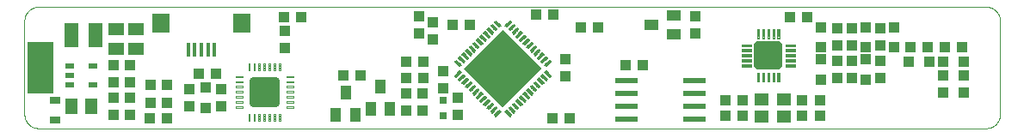
<source format=gtp>
G75*
%MOIN*%
%OFA0B0*%
%FSLAX25Y25*%
%IPPOS*%
%LPD*%
%AMOC8*
5,1,8,0,0,1.08239X$1,22.5*
%
%ADD10C,0.00000*%
%ADD11R,0.04331X0.03937*%
%ADD12R,0.03937X0.04331*%
%ADD13R,0.05118X0.05906*%
%ADD14R,0.05906X0.05118*%
%ADD15R,0.21260X0.21260*%
%ADD16C,0.00591*%
%ADD17R,0.08661X0.02362*%
%ADD18R,0.03543X0.02362*%
%ADD19R,0.05512X0.09449*%
%ADD20C,0.03307*%
%ADD21C,0.00354*%
%ADD22R,0.03937X0.03937*%
%ADD23R,0.03150X0.03150*%
%ADD24R,0.05512X0.04724*%
%ADD25R,0.01378X0.05512*%
%ADD26R,0.07087X0.07480*%
%ADD27C,0.02953*%
%ADD28C,0.00492*%
%ADD29R,0.10000X0.20000*%
%ADD30R,0.03937X0.05512*%
%ADD31R,0.05512X0.03937*%
%ADD32R,0.03937X0.03150*%
D10*
X0007412Y0020559D02*
X0374341Y0020559D01*
X0374341Y0020558D02*
X0374488Y0020560D01*
X0374634Y0020566D01*
X0374781Y0020576D01*
X0374927Y0020589D01*
X0375073Y0020607D01*
X0375218Y0020628D01*
X0375362Y0020653D01*
X0375506Y0020683D01*
X0375649Y0020715D01*
X0375791Y0020752D01*
X0375932Y0020793D01*
X0376072Y0020837D01*
X0376211Y0020885D01*
X0376348Y0020936D01*
X0376484Y0020992D01*
X0376619Y0021051D01*
X0376751Y0021113D01*
X0376883Y0021179D01*
X0377012Y0021248D01*
X0377139Y0021321D01*
X0377265Y0021397D01*
X0377388Y0021477D01*
X0377509Y0021560D01*
X0377628Y0021645D01*
X0377745Y0021735D01*
X0377859Y0021827D01*
X0377971Y0021922D01*
X0378080Y0022020D01*
X0378186Y0022121D01*
X0378290Y0022225D01*
X0378391Y0022331D01*
X0378489Y0022440D01*
X0378584Y0022552D01*
X0378676Y0022666D01*
X0378766Y0022783D01*
X0378851Y0022902D01*
X0378934Y0023023D01*
X0379014Y0023146D01*
X0379090Y0023272D01*
X0379163Y0023399D01*
X0379232Y0023528D01*
X0379298Y0023660D01*
X0379360Y0023792D01*
X0379419Y0023927D01*
X0379475Y0024063D01*
X0379526Y0024200D01*
X0379574Y0024339D01*
X0379618Y0024479D01*
X0379659Y0024620D01*
X0379696Y0024762D01*
X0379728Y0024905D01*
X0379758Y0025049D01*
X0379783Y0025193D01*
X0379804Y0025338D01*
X0379822Y0025484D01*
X0379835Y0025630D01*
X0379845Y0025777D01*
X0379851Y0025923D01*
X0379853Y0026070D01*
X0379853Y0062291D01*
X0379851Y0062438D01*
X0379845Y0062584D01*
X0379835Y0062731D01*
X0379822Y0062877D01*
X0379804Y0063023D01*
X0379783Y0063168D01*
X0379758Y0063312D01*
X0379728Y0063456D01*
X0379696Y0063599D01*
X0379659Y0063741D01*
X0379618Y0063882D01*
X0379574Y0064022D01*
X0379526Y0064161D01*
X0379475Y0064298D01*
X0379419Y0064434D01*
X0379360Y0064569D01*
X0379298Y0064701D01*
X0379232Y0064833D01*
X0379163Y0064962D01*
X0379090Y0065089D01*
X0379014Y0065215D01*
X0378934Y0065338D01*
X0378851Y0065459D01*
X0378766Y0065578D01*
X0378676Y0065695D01*
X0378584Y0065809D01*
X0378489Y0065921D01*
X0378391Y0066030D01*
X0378290Y0066136D01*
X0378186Y0066240D01*
X0378080Y0066341D01*
X0377971Y0066439D01*
X0377859Y0066534D01*
X0377745Y0066626D01*
X0377628Y0066716D01*
X0377509Y0066801D01*
X0377388Y0066884D01*
X0377265Y0066964D01*
X0377139Y0067040D01*
X0377012Y0067113D01*
X0376883Y0067182D01*
X0376751Y0067248D01*
X0376619Y0067310D01*
X0376484Y0067369D01*
X0376348Y0067425D01*
X0376211Y0067476D01*
X0376072Y0067524D01*
X0375932Y0067568D01*
X0375791Y0067609D01*
X0375649Y0067646D01*
X0375506Y0067678D01*
X0375362Y0067708D01*
X0375218Y0067733D01*
X0375073Y0067754D01*
X0374927Y0067772D01*
X0374781Y0067785D01*
X0374634Y0067795D01*
X0374488Y0067801D01*
X0374341Y0067803D01*
X0007412Y0067803D01*
X0007265Y0067801D01*
X0007119Y0067795D01*
X0006972Y0067785D01*
X0006826Y0067772D01*
X0006680Y0067754D01*
X0006535Y0067733D01*
X0006391Y0067708D01*
X0006247Y0067678D01*
X0006104Y0067646D01*
X0005962Y0067609D01*
X0005821Y0067568D01*
X0005681Y0067524D01*
X0005542Y0067476D01*
X0005405Y0067425D01*
X0005269Y0067369D01*
X0005134Y0067310D01*
X0005002Y0067248D01*
X0004870Y0067182D01*
X0004741Y0067113D01*
X0004614Y0067040D01*
X0004488Y0066964D01*
X0004365Y0066884D01*
X0004244Y0066801D01*
X0004125Y0066716D01*
X0004008Y0066626D01*
X0003894Y0066534D01*
X0003782Y0066439D01*
X0003673Y0066341D01*
X0003567Y0066240D01*
X0003463Y0066136D01*
X0003362Y0066030D01*
X0003264Y0065921D01*
X0003169Y0065809D01*
X0003077Y0065695D01*
X0002987Y0065578D01*
X0002902Y0065459D01*
X0002819Y0065338D01*
X0002739Y0065215D01*
X0002663Y0065089D01*
X0002590Y0064962D01*
X0002521Y0064833D01*
X0002455Y0064701D01*
X0002393Y0064569D01*
X0002334Y0064434D01*
X0002278Y0064298D01*
X0002227Y0064161D01*
X0002179Y0064022D01*
X0002135Y0063882D01*
X0002094Y0063741D01*
X0002057Y0063599D01*
X0002025Y0063456D01*
X0001995Y0063312D01*
X0001970Y0063168D01*
X0001949Y0063023D01*
X0001931Y0062877D01*
X0001918Y0062731D01*
X0001908Y0062584D01*
X0001902Y0062438D01*
X0001900Y0062291D01*
X0001900Y0026070D01*
X0001902Y0025923D01*
X0001908Y0025777D01*
X0001918Y0025630D01*
X0001931Y0025484D01*
X0001949Y0025338D01*
X0001970Y0025193D01*
X0001995Y0025049D01*
X0002025Y0024905D01*
X0002057Y0024762D01*
X0002094Y0024620D01*
X0002135Y0024479D01*
X0002179Y0024339D01*
X0002227Y0024200D01*
X0002278Y0024063D01*
X0002334Y0023927D01*
X0002393Y0023792D01*
X0002455Y0023660D01*
X0002521Y0023528D01*
X0002590Y0023399D01*
X0002663Y0023272D01*
X0002739Y0023146D01*
X0002819Y0023023D01*
X0002902Y0022902D01*
X0002987Y0022783D01*
X0003077Y0022666D01*
X0003169Y0022552D01*
X0003264Y0022440D01*
X0003362Y0022331D01*
X0003463Y0022225D01*
X0003567Y0022121D01*
X0003673Y0022020D01*
X0003782Y0021922D01*
X0003894Y0021827D01*
X0004008Y0021735D01*
X0004125Y0021645D01*
X0004244Y0021560D01*
X0004365Y0021477D01*
X0004488Y0021397D01*
X0004614Y0021321D01*
X0004741Y0021248D01*
X0004870Y0021179D01*
X0005002Y0021113D01*
X0005134Y0021051D01*
X0005269Y0020992D01*
X0005405Y0020936D01*
X0005542Y0020885D01*
X0005681Y0020837D01*
X0005821Y0020793D01*
X0005962Y0020752D01*
X0006104Y0020715D01*
X0006247Y0020683D01*
X0006391Y0020653D01*
X0006535Y0020628D01*
X0006680Y0020607D01*
X0006826Y0020589D01*
X0006972Y0020576D01*
X0007119Y0020566D01*
X0007265Y0020560D01*
X0007412Y0020558D01*
D11*
X0042845Y0025874D03*
X0050719Y0030598D03*
X0042845Y0032567D03*
X0050719Y0037291D03*
X0042845Y0038472D03*
X0042845Y0045165D03*
X0069420Y0041819D03*
X0076113Y0041819D03*
X0102688Y0051858D03*
X0102688Y0058551D03*
X0149735Y0046543D03*
X0156428Y0046543D03*
X0164105Y0042803D03*
X0156428Y0040244D03*
X0149735Y0040244D03*
X0164105Y0036110D03*
X0156231Y0034141D03*
X0149932Y0034141D03*
X0149932Y0027448D03*
X0156231Y0027448D03*
X0206428Y0024496D03*
X0213121Y0024496D03*
X0234774Y0044968D03*
X0241467Y0044968D03*
X0261743Y0057370D03*
X0261743Y0064063D03*
X0298554Y0063866D03*
X0305247Y0063866D03*
X0345011Y0052055D03*
X0351704Y0052055D03*
X0358396Y0052055D03*
X0365089Y0052055D03*
X0309971Y0031582D03*
X0303278Y0031582D03*
X0303278Y0025283D03*
X0309971Y0025283D03*
X0280050Y0025283D03*
X0273357Y0025283D03*
X0273357Y0031582D03*
X0280050Y0031582D03*
X0206822Y0064653D03*
X0200129Y0064653D03*
X0174538Y0060716D03*
X0167845Y0060716D03*
D12*
X0160168Y0061700D03*
X0154656Y0064063D03*
X0154656Y0057370D03*
X0160168Y0055007D03*
X0132019Y0041031D03*
X0125326Y0041031D03*
X0169617Y0032567D03*
X0169617Y0025874D03*
X0211349Y0040834D03*
X0211349Y0047527D03*
X0217452Y0059929D03*
X0224144Y0059929D03*
X0316861Y0059338D03*
X0322373Y0059338D03*
X0333396Y0059338D03*
X0333396Y0052645D03*
X0322373Y0052645D03*
X0316861Y0052645D03*
X0316861Y0046740D03*
X0322373Y0046740D03*
X0333396Y0046740D03*
X0333396Y0040047D03*
X0322373Y0040047D03*
X0316861Y0040047D03*
X0357806Y0041228D03*
X0365680Y0041228D03*
X0365680Y0034535D03*
X0357806Y0034535D03*
X0109184Y0063866D03*
X0102491Y0063866D03*
X0036546Y0045165D03*
X0036546Y0038472D03*
X0036546Y0032567D03*
X0036546Y0025874D03*
X0050522Y0024496D03*
X0057215Y0024496D03*
X0065680Y0029023D03*
X0057019Y0030598D03*
X0065680Y0035716D03*
X0057019Y0037291D03*
X0078278Y0035716D03*
X0078278Y0029023D03*
D13*
X0027688Y0029220D03*
X0020207Y0029220D03*
D14*
X0037333Y0051464D03*
X0045207Y0051464D03*
X0045207Y0058944D03*
X0037333Y0058944D03*
D15*
G36*
X0187266Y0028686D02*
X0172233Y0043719D01*
X0187266Y0058752D01*
X0202299Y0043719D01*
X0187266Y0028686D01*
G37*
D16*
X0188658Y0027433D02*
X0190467Y0025624D01*
X0190050Y0025207D01*
X0188241Y0027016D01*
X0188658Y0027433D01*
X0189460Y0025797D02*
X0190294Y0025797D01*
X0189704Y0026387D02*
X0188870Y0026387D01*
X0189114Y0026977D02*
X0188280Y0026977D01*
X0190050Y0028825D02*
X0191859Y0027016D01*
X0191442Y0026599D01*
X0189633Y0028408D01*
X0190050Y0028825D01*
X0190852Y0027189D02*
X0191686Y0027189D01*
X0191096Y0027779D02*
X0190262Y0027779D01*
X0190506Y0028369D02*
X0189672Y0028369D01*
X0191442Y0030217D02*
X0193251Y0028408D01*
X0192834Y0027991D01*
X0191025Y0029800D01*
X0191442Y0030217D01*
X0192244Y0028581D02*
X0193078Y0028581D01*
X0192488Y0029171D02*
X0191654Y0029171D01*
X0191898Y0029761D02*
X0191064Y0029761D01*
X0192834Y0031609D02*
X0194643Y0029800D01*
X0194226Y0029383D01*
X0192417Y0031192D01*
X0192834Y0031609D01*
X0193636Y0029973D02*
X0194470Y0029973D01*
X0193880Y0030563D02*
X0193046Y0030563D01*
X0193290Y0031153D02*
X0192456Y0031153D01*
X0194226Y0033001D02*
X0196035Y0031192D01*
X0195618Y0030775D01*
X0193809Y0032584D01*
X0194226Y0033001D01*
X0195028Y0031365D02*
X0195862Y0031365D01*
X0195272Y0031955D02*
X0194438Y0031955D01*
X0194682Y0032545D02*
X0193848Y0032545D01*
X0195618Y0034393D02*
X0197427Y0032584D01*
X0197010Y0032167D01*
X0195201Y0033976D01*
X0195618Y0034393D01*
X0196420Y0032757D02*
X0197254Y0032757D01*
X0196664Y0033347D02*
X0195830Y0033347D01*
X0196074Y0033937D02*
X0195240Y0033937D01*
X0197009Y0035785D02*
X0198818Y0033976D01*
X0198401Y0033559D01*
X0196592Y0035368D01*
X0197009Y0035785D01*
X0197811Y0034149D02*
X0198645Y0034149D01*
X0198055Y0034739D02*
X0197221Y0034739D01*
X0197465Y0035329D02*
X0196631Y0035329D01*
X0198401Y0037177D02*
X0200210Y0035368D01*
X0199793Y0034951D01*
X0197984Y0036760D01*
X0198401Y0037177D01*
X0199203Y0035541D02*
X0200037Y0035541D01*
X0199447Y0036131D02*
X0198613Y0036131D01*
X0198857Y0036721D02*
X0198023Y0036721D01*
X0199793Y0038569D02*
X0201602Y0036760D01*
X0201185Y0036343D01*
X0199376Y0038152D01*
X0199793Y0038569D01*
X0200595Y0036933D02*
X0201429Y0036933D01*
X0200839Y0037523D02*
X0200005Y0037523D01*
X0200249Y0038113D02*
X0199415Y0038113D01*
X0201185Y0039961D02*
X0202994Y0038152D01*
X0202577Y0037735D01*
X0200768Y0039544D01*
X0201185Y0039961D01*
X0201987Y0038325D02*
X0202821Y0038325D01*
X0202231Y0038915D02*
X0201397Y0038915D01*
X0201641Y0039505D02*
X0200807Y0039505D01*
X0202577Y0041353D02*
X0204386Y0039544D01*
X0203969Y0039127D01*
X0202160Y0040936D01*
X0202577Y0041353D01*
X0203379Y0039717D02*
X0204213Y0039717D01*
X0203623Y0040307D02*
X0202789Y0040307D01*
X0203033Y0040897D02*
X0202199Y0040897D01*
X0203969Y0042745D02*
X0205778Y0040936D01*
X0205361Y0040519D01*
X0203552Y0042328D01*
X0203969Y0042745D01*
X0204771Y0041109D02*
X0205605Y0041109D01*
X0205015Y0041699D02*
X0204181Y0041699D01*
X0204425Y0042289D02*
X0203591Y0042289D01*
X0203552Y0045111D02*
X0205361Y0046920D01*
X0205778Y0046503D01*
X0203969Y0044694D01*
X0203552Y0045111D01*
X0203725Y0045284D02*
X0204559Y0045284D01*
X0204315Y0045874D02*
X0205149Y0045874D01*
X0204905Y0046464D02*
X0205739Y0046464D01*
X0203969Y0048312D02*
X0202160Y0046503D01*
X0203969Y0048312D02*
X0204386Y0047895D01*
X0202577Y0046086D01*
X0202160Y0046503D01*
X0202333Y0046676D02*
X0203167Y0046676D01*
X0202923Y0047266D02*
X0203757Y0047266D01*
X0203513Y0047856D02*
X0204347Y0047856D01*
X0202577Y0049704D02*
X0200768Y0047895D01*
X0202577Y0049704D02*
X0202994Y0049287D01*
X0201185Y0047478D01*
X0200768Y0047895D01*
X0200941Y0048068D02*
X0201775Y0048068D01*
X0201531Y0048658D02*
X0202365Y0048658D01*
X0202121Y0049248D02*
X0202955Y0049248D01*
X0201185Y0051096D02*
X0199376Y0049287D01*
X0201185Y0051096D02*
X0201602Y0050679D01*
X0199793Y0048870D01*
X0199376Y0049287D01*
X0199549Y0049460D02*
X0200383Y0049460D01*
X0200139Y0050050D02*
X0200973Y0050050D01*
X0200729Y0050640D02*
X0201563Y0050640D01*
X0199793Y0052488D02*
X0197984Y0050679D01*
X0199793Y0052488D02*
X0200210Y0052071D01*
X0198401Y0050262D01*
X0197984Y0050679D01*
X0198157Y0050852D02*
X0198991Y0050852D01*
X0198747Y0051442D02*
X0199581Y0051442D01*
X0199337Y0052032D02*
X0200171Y0052032D01*
X0198401Y0053880D02*
X0196592Y0052071D01*
X0198401Y0053880D02*
X0198818Y0053463D01*
X0197009Y0051654D01*
X0196592Y0052071D01*
X0196765Y0052244D02*
X0197599Y0052244D01*
X0197355Y0052834D02*
X0198189Y0052834D01*
X0197945Y0053424D02*
X0198779Y0053424D01*
X0197010Y0055272D02*
X0195201Y0053463D01*
X0197010Y0055272D02*
X0197427Y0054855D01*
X0195618Y0053046D01*
X0195201Y0053463D01*
X0195374Y0053636D02*
X0196208Y0053636D01*
X0195964Y0054226D02*
X0196798Y0054226D01*
X0196554Y0054816D02*
X0197388Y0054816D01*
X0195618Y0056664D02*
X0193809Y0054855D01*
X0195618Y0056664D02*
X0196035Y0056247D01*
X0194226Y0054438D01*
X0193809Y0054855D01*
X0193982Y0055028D02*
X0194816Y0055028D01*
X0194572Y0055618D02*
X0195406Y0055618D01*
X0195162Y0056208D02*
X0195996Y0056208D01*
X0194226Y0058056D02*
X0192417Y0056247D01*
X0194226Y0058056D02*
X0194643Y0057639D01*
X0192834Y0055830D01*
X0192417Y0056247D01*
X0192590Y0056420D02*
X0193424Y0056420D01*
X0193180Y0057010D02*
X0194014Y0057010D01*
X0193770Y0057600D02*
X0194604Y0057600D01*
X0192834Y0059448D02*
X0191025Y0057639D01*
X0192834Y0059448D02*
X0193251Y0059031D01*
X0191442Y0057222D01*
X0191025Y0057639D01*
X0191198Y0057812D02*
X0192032Y0057812D01*
X0191788Y0058402D02*
X0192622Y0058402D01*
X0192378Y0058992D02*
X0193212Y0058992D01*
X0191442Y0060840D02*
X0189633Y0059031D01*
X0191442Y0060840D02*
X0191859Y0060423D01*
X0190050Y0058614D01*
X0189633Y0059031D01*
X0189806Y0059204D02*
X0190640Y0059204D01*
X0190396Y0059794D02*
X0191230Y0059794D01*
X0190986Y0060384D02*
X0191820Y0060384D01*
X0190050Y0062232D02*
X0188241Y0060423D01*
X0190050Y0062232D02*
X0190467Y0061815D01*
X0188658Y0060006D01*
X0188241Y0060423D01*
X0188414Y0060596D02*
X0189248Y0060596D01*
X0189004Y0061186D02*
X0189838Y0061186D01*
X0189594Y0061776D02*
X0190428Y0061776D01*
X0185874Y0060006D02*
X0184065Y0061815D01*
X0184482Y0062232D01*
X0186291Y0060423D01*
X0185874Y0060006D01*
X0186118Y0060596D02*
X0185284Y0060596D01*
X0185528Y0061186D02*
X0184694Y0061186D01*
X0184938Y0061776D02*
X0184104Y0061776D01*
X0182673Y0060423D02*
X0184482Y0058614D01*
X0182673Y0060423D02*
X0183090Y0060840D01*
X0184899Y0059031D01*
X0184482Y0058614D01*
X0184726Y0059204D02*
X0183892Y0059204D01*
X0184136Y0059794D02*
X0183302Y0059794D01*
X0183546Y0060384D02*
X0182712Y0060384D01*
X0181281Y0059031D02*
X0183090Y0057222D01*
X0181281Y0059031D02*
X0181698Y0059448D01*
X0183507Y0057639D01*
X0183090Y0057222D01*
X0183334Y0057812D02*
X0182500Y0057812D01*
X0182744Y0058402D02*
X0181910Y0058402D01*
X0182154Y0058992D02*
X0181320Y0058992D01*
X0179889Y0057639D02*
X0181698Y0055830D01*
X0179889Y0057639D02*
X0180306Y0058056D01*
X0182115Y0056247D01*
X0181698Y0055830D01*
X0181942Y0056420D02*
X0181108Y0056420D01*
X0181352Y0057010D02*
X0180518Y0057010D01*
X0180762Y0057600D02*
X0179928Y0057600D01*
X0178497Y0056247D02*
X0180306Y0054438D01*
X0178497Y0056247D02*
X0178914Y0056664D01*
X0180723Y0054855D01*
X0180306Y0054438D01*
X0180550Y0055028D02*
X0179716Y0055028D01*
X0179960Y0055618D02*
X0179126Y0055618D01*
X0179370Y0056208D02*
X0178536Y0056208D01*
X0177105Y0054855D02*
X0178914Y0053046D01*
X0177105Y0054855D02*
X0177522Y0055272D01*
X0179331Y0053463D01*
X0178914Y0053046D01*
X0179158Y0053636D02*
X0178324Y0053636D01*
X0178568Y0054226D02*
X0177734Y0054226D01*
X0177978Y0054816D02*
X0177144Y0054816D01*
X0175713Y0053463D02*
X0177522Y0051654D01*
X0175713Y0053463D02*
X0176130Y0053880D01*
X0177939Y0052071D01*
X0177522Y0051654D01*
X0177766Y0052244D02*
X0176932Y0052244D01*
X0177176Y0052834D02*
X0176342Y0052834D01*
X0176586Y0053424D02*
X0175752Y0053424D01*
X0174321Y0052071D02*
X0176130Y0050262D01*
X0174321Y0052071D02*
X0174738Y0052488D01*
X0176547Y0050679D01*
X0176130Y0050262D01*
X0176374Y0050852D02*
X0175540Y0050852D01*
X0175784Y0051442D02*
X0174950Y0051442D01*
X0175194Y0052032D02*
X0174360Y0052032D01*
X0172929Y0050679D02*
X0174738Y0048870D01*
X0172929Y0050679D02*
X0173346Y0051096D01*
X0175155Y0049287D01*
X0174738Y0048870D01*
X0174982Y0049460D02*
X0174148Y0049460D01*
X0174392Y0050050D02*
X0173558Y0050050D01*
X0173802Y0050640D02*
X0172968Y0050640D01*
X0171538Y0049287D02*
X0173347Y0047478D01*
X0171538Y0049287D02*
X0171955Y0049704D01*
X0173764Y0047895D01*
X0173347Y0047478D01*
X0173591Y0048068D02*
X0172757Y0048068D01*
X0173001Y0048658D02*
X0172167Y0048658D01*
X0172411Y0049248D02*
X0171577Y0049248D01*
X0170146Y0047895D02*
X0171955Y0046086D01*
X0170146Y0047895D02*
X0170563Y0048312D01*
X0172372Y0046503D01*
X0171955Y0046086D01*
X0172199Y0046676D02*
X0171365Y0046676D01*
X0171609Y0047266D02*
X0170775Y0047266D01*
X0171019Y0047856D02*
X0170185Y0047856D01*
X0168754Y0046503D02*
X0170563Y0044694D01*
X0168754Y0046503D02*
X0169171Y0046920D01*
X0170980Y0045111D01*
X0170563Y0044694D01*
X0170807Y0045284D02*
X0169973Y0045284D01*
X0170217Y0045874D02*
X0169383Y0045874D01*
X0169627Y0046464D02*
X0168793Y0046464D01*
X0170980Y0042328D02*
X0169171Y0040519D01*
X0168754Y0040936D01*
X0170563Y0042745D01*
X0170980Y0042328D01*
X0169761Y0041109D02*
X0168927Y0041109D01*
X0169517Y0041699D02*
X0170351Y0041699D01*
X0170107Y0042289D02*
X0170941Y0042289D01*
X0172372Y0040936D02*
X0170563Y0039127D01*
X0170146Y0039544D01*
X0171955Y0041353D01*
X0172372Y0040936D01*
X0171153Y0039717D02*
X0170319Y0039717D01*
X0170909Y0040307D02*
X0171743Y0040307D01*
X0171499Y0040897D02*
X0172333Y0040897D01*
X0173764Y0039544D02*
X0171955Y0037735D01*
X0171538Y0038152D01*
X0173347Y0039961D01*
X0173764Y0039544D01*
X0172545Y0038325D02*
X0171711Y0038325D01*
X0172301Y0038915D02*
X0173135Y0038915D01*
X0172891Y0039505D02*
X0173725Y0039505D01*
X0175155Y0038152D02*
X0173346Y0036343D01*
X0172929Y0036760D01*
X0174738Y0038569D01*
X0175155Y0038152D01*
X0173936Y0036933D02*
X0173102Y0036933D01*
X0173692Y0037523D02*
X0174526Y0037523D01*
X0174282Y0038113D02*
X0175116Y0038113D01*
X0176547Y0036760D02*
X0174738Y0034951D01*
X0174321Y0035368D01*
X0176130Y0037177D01*
X0176547Y0036760D01*
X0175328Y0035541D02*
X0174494Y0035541D01*
X0175084Y0036131D02*
X0175918Y0036131D01*
X0175674Y0036721D02*
X0176508Y0036721D01*
X0177939Y0035368D02*
X0176130Y0033559D01*
X0175713Y0033976D01*
X0177522Y0035785D01*
X0177939Y0035368D01*
X0176720Y0034149D02*
X0175886Y0034149D01*
X0176476Y0034739D02*
X0177310Y0034739D01*
X0177066Y0035329D02*
X0177900Y0035329D01*
X0179331Y0033976D02*
X0177522Y0032167D01*
X0177105Y0032584D01*
X0178914Y0034393D01*
X0179331Y0033976D01*
X0178112Y0032757D02*
X0177278Y0032757D01*
X0177868Y0033347D02*
X0178702Y0033347D01*
X0178458Y0033937D02*
X0179292Y0033937D01*
X0180723Y0032584D02*
X0178914Y0030775D01*
X0178497Y0031192D01*
X0180306Y0033001D01*
X0180723Y0032584D01*
X0179504Y0031365D02*
X0178670Y0031365D01*
X0179260Y0031955D02*
X0180094Y0031955D01*
X0179850Y0032545D02*
X0180684Y0032545D01*
X0182115Y0031192D02*
X0180306Y0029383D01*
X0179889Y0029800D01*
X0181698Y0031609D01*
X0182115Y0031192D01*
X0180896Y0029973D02*
X0180062Y0029973D01*
X0180652Y0030563D02*
X0181486Y0030563D01*
X0181242Y0031153D02*
X0182076Y0031153D01*
X0183507Y0029800D02*
X0181698Y0027991D01*
X0181281Y0028408D01*
X0183090Y0030217D01*
X0183507Y0029800D01*
X0182288Y0028581D02*
X0181454Y0028581D01*
X0182044Y0029171D02*
X0182878Y0029171D01*
X0182634Y0029761D02*
X0183468Y0029761D01*
X0184899Y0028408D02*
X0183090Y0026599D01*
X0182673Y0027016D01*
X0184482Y0028825D01*
X0184899Y0028408D01*
X0183680Y0027189D02*
X0182846Y0027189D01*
X0183436Y0027779D02*
X0184270Y0027779D01*
X0184026Y0028369D02*
X0184860Y0028369D01*
X0186291Y0027016D02*
X0184482Y0025207D01*
X0184065Y0025624D01*
X0185874Y0027433D01*
X0186291Y0027016D01*
X0185072Y0025797D02*
X0184238Y0025797D01*
X0184828Y0026387D02*
X0185662Y0026387D01*
X0185418Y0026977D02*
X0186252Y0026977D01*
D17*
X0235247Y0029082D03*
X0235247Y0034082D03*
X0235247Y0039082D03*
X0261467Y0039082D03*
X0261467Y0034082D03*
X0261467Y0029082D03*
X0261467Y0024082D03*
X0235247Y0024082D03*
D18*
X0028475Y0037291D03*
X0019420Y0037291D03*
X0019420Y0041031D03*
X0019420Y0044771D03*
X0028475Y0044771D03*
D19*
X0029459Y0056779D03*
X0020011Y0056779D03*
D20*
X0286230Y0052764D02*
X0293948Y0052764D01*
X0293948Y0045046D01*
X0286230Y0045046D01*
X0286230Y0052764D01*
X0286230Y0048352D02*
X0293948Y0048352D01*
X0293948Y0051658D02*
X0286230Y0051658D01*
D21*
X0283416Y0050461D02*
X0279834Y0050461D01*
X0279834Y0051287D01*
X0283416Y0051287D01*
X0283416Y0050461D01*
X0283416Y0050814D02*
X0279834Y0050814D01*
X0279834Y0051167D02*
X0283416Y0051167D01*
X0283416Y0052429D02*
X0279834Y0052429D01*
X0279834Y0053255D01*
X0283416Y0053255D01*
X0283416Y0052429D01*
X0283416Y0052782D02*
X0279834Y0052782D01*
X0279834Y0053135D02*
X0283416Y0053135D01*
X0283416Y0048492D02*
X0279834Y0048492D01*
X0279834Y0049318D01*
X0283416Y0049318D01*
X0283416Y0048492D01*
X0283416Y0048845D02*
X0279834Y0048845D01*
X0279834Y0049198D02*
X0283416Y0049198D01*
X0283416Y0046524D02*
X0279834Y0046524D01*
X0279834Y0047350D01*
X0283416Y0047350D01*
X0283416Y0046524D01*
X0283416Y0046877D02*
X0279834Y0046877D01*
X0279834Y0047230D02*
X0283416Y0047230D01*
X0283416Y0044555D02*
X0279834Y0044555D01*
X0279834Y0045381D01*
X0283416Y0045381D01*
X0283416Y0044555D01*
X0283416Y0044908D02*
X0279834Y0044908D01*
X0279834Y0045261D02*
X0283416Y0045261D01*
X0286565Y0042232D02*
X0286565Y0038650D01*
X0285739Y0038650D01*
X0285739Y0042232D01*
X0286565Y0042232D01*
X0286565Y0039003D02*
X0285739Y0039003D01*
X0285739Y0039356D02*
X0286565Y0039356D01*
X0286565Y0039709D02*
X0285739Y0039709D01*
X0285739Y0040062D02*
X0286565Y0040062D01*
X0286565Y0040415D02*
X0285739Y0040415D01*
X0285739Y0040768D02*
X0286565Y0040768D01*
X0286565Y0041121D02*
X0285739Y0041121D01*
X0285739Y0041474D02*
X0286565Y0041474D01*
X0286565Y0041827D02*
X0285739Y0041827D01*
X0285739Y0042180D02*
X0286565Y0042180D01*
X0288534Y0042232D02*
X0288534Y0038650D01*
X0287708Y0038650D01*
X0287708Y0042232D01*
X0288534Y0042232D01*
X0288534Y0039003D02*
X0287708Y0039003D01*
X0287708Y0039356D02*
X0288534Y0039356D01*
X0288534Y0039709D02*
X0287708Y0039709D01*
X0287708Y0040062D02*
X0288534Y0040062D01*
X0288534Y0040415D02*
X0287708Y0040415D01*
X0287708Y0040768D02*
X0288534Y0040768D01*
X0288534Y0041121D02*
X0287708Y0041121D01*
X0287708Y0041474D02*
X0288534Y0041474D01*
X0288534Y0041827D02*
X0287708Y0041827D01*
X0287708Y0042180D02*
X0288534Y0042180D01*
X0290502Y0042232D02*
X0290502Y0038650D01*
X0289676Y0038650D01*
X0289676Y0042232D01*
X0290502Y0042232D01*
X0290502Y0039003D02*
X0289676Y0039003D01*
X0289676Y0039356D02*
X0290502Y0039356D01*
X0290502Y0039709D02*
X0289676Y0039709D01*
X0289676Y0040062D02*
X0290502Y0040062D01*
X0290502Y0040415D02*
X0289676Y0040415D01*
X0289676Y0040768D02*
X0290502Y0040768D01*
X0290502Y0041121D02*
X0289676Y0041121D01*
X0289676Y0041474D02*
X0290502Y0041474D01*
X0290502Y0041827D02*
X0289676Y0041827D01*
X0289676Y0042180D02*
X0290502Y0042180D01*
X0292471Y0042232D02*
X0292471Y0038650D01*
X0291645Y0038650D01*
X0291645Y0042232D01*
X0292471Y0042232D01*
X0292471Y0039003D02*
X0291645Y0039003D01*
X0291645Y0039356D02*
X0292471Y0039356D01*
X0292471Y0039709D02*
X0291645Y0039709D01*
X0291645Y0040062D02*
X0292471Y0040062D01*
X0292471Y0040415D02*
X0291645Y0040415D01*
X0291645Y0040768D02*
X0292471Y0040768D01*
X0292471Y0041121D02*
X0291645Y0041121D01*
X0291645Y0041474D02*
X0292471Y0041474D01*
X0292471Y0041827D02*
X0291645Y0041827D01*
X0291645Y0042180D02*
X0292471Y0042180D01*
X0294439Y0042232D02*
X0294439Y0038650D01*
X0293613Y0038650D01*
X0293613Y0042232D01*
X0294439Y0042232D01*
X0294439Y0039003D02*
X0293613Y0039003D01*
X0293613Y0039356D02*
X0294439Y0039356D01*
X0294439Y0039709D02*
X0293613Y0039709D01*
X0293613Y0040062D02*
X0294439Y0040062D01*
X0294439Y0040415D02*
X0293613Y0040415D01*
X0293613Y0040768D02*
X0294439Y0040768D01*
X0294439Y0041121D02*
X0293613Y0041121D01*
X0293613Y0041474D02*
X0294439Y0041474D01*
X0294439Y0041827D02*
X0293613Y0041827D01*
X0293613Y0042180D02*
X0294439Y0042180D01*
X0296763Y0045381D02*
X0300345Y0045381D01*
X0300345Y0044555D01*
X0296763Y0044555D01*
X0296763Y0045381D01*
X0296763Y0044908D02*
X0300345Y0044908D01*
X0300345Y0045261D02*
X0296763Y0045261D01*
X0296763Y0047350D02*
X0300345Y0047350D01*
X0300345Y0046524D01*
X0296763Y0046524D01*
X0296763Y0047350D01*
X0296763Y0046877D02*
X0300345Y0046877D01*
X0300345Y0047230D02*
X0296763Y0047230D01*
X0296763Y0049318D02*
X0300345Y0049318D01*
X0300345Y0048492D01*
X0296763Y0048492D01*
X0296763Y0049318D01*
X0296763Y0048845D02*
X0300345Y0048845D01*
X0300345Y0049198D02*
X0296763Y0049198D01*
X0296763Y0051287D02*
X0300345Y0051287D01*
X0300345Y0050461D01*
X0296763Y0050461D01*
X0296763Y0051287D01*
X0296763Y0050814D02*
X0300345Y0050814D01*
X0300345Y0051167D02*
X0296763Y0051167D01*
X0296763Y0053255D02*
X0300345Y0053255D01*
X0300345Y0052429D01*
X0296763Y0052429D01*
X0296763Y0053255D01*
X0296763Y0052782D02*
X0300345Y0052782D01*
X0300345Y0053135D02*
X0296763Y0053135D01*
X0293613Y0055579D02*
X0293613Y0059161D01*
X0294439Y0059161D01*
X0294439Y0055579D01*
X0293613Y0055579D01*
X0293613Y0055932D02*
X0294439Y0055932D01*
X0294439Y0056285D02*
X0293613Y0056285D01*
X0293613Y0056638D02*
X0294439Y0056638D01*
X0294439Y0056991D02*
X0293613Y0056991D01*
X0293613Y0057344D02*
X0294439Y0057344D01*
X0294439Y0057697D02*
X0293613Y0057697D01*
X0293613Y0058050D02*
X0294439Y0058050D01*
X0294439Y0058403D02*
X0293613Y0058403D01*
X0293613Y0058756D02*
X0294439Y0058756D01*
X0294439Y0059109D02*
X0293613Y0059109D01*
X0291645Y0059161D02*
X0291645Y0055579D01*
X0291645Y0059161D02*
X0292471Y0059161D01*
X0292471Y0055579D01*
X0291645Y0055579D01*
X0291645Y0055932D02*
X0292471Y0055932D01*
X0292471Y0056285D02*
X0291645Y0056285D01*
X0291645Y0056638D02*
X0292471Y0056638D01*
X0292471Y0056991D02*
X0291645Y0056991D01*
X0291645Y0057344D02*
X0292471Y0057344D01*
X0292471Y0057697D02*
X0291645Y0057697D01*
X0291645Y0058050D02*
X0292471Y0058050D01*
X0292471Y0058403D02*
X0291645Y0058403D01*
X0291645Y0058756D02*
X0292471Y0058756D01*
X0292471Y0059109D02*
X0291645Y0059109D01*
X0289676Y0059161D02*
X0289676Y0055579D01*
X0289676Y0059161D02*
X0290502Y0059161D01*
X0290502Y0055579D01*
X0289676Y0055579D01*
X0289676Y0055932D02*
X0290502Y0055932D01*
X0290502Y0056285D02*
X0289676Y0056285D01*
X0289676Y0056638D02*
X0290502Y0056638D01*
X0290502Y0056991D02*
X0289676Y0056991D01*
X0289676Y0057344D02*
X0290502Y0057344D01*
X0290502Y0057697D02*
X0289676Y0057697D01*
X0289676Y0058050D02*
X0290502Y0058050D01*
X0290502Y0058403D02*
X0289676Y0058403D01*
X0289676Y0058756D02*
X0290502Y0058756D01*
X0290502Y0059109D02*
X0289676Y0059109D01*
X0287708Y0059161D02*
X0287708Y0055579D01*
X0287708Y0059161D02*
X0288534Y0059161D01*
X0288534Y0055579D01*
X0287708Y0055579D01*
X0287708Y0055932D02*
X0288534Y0055932D01*
X0288534Y0056285D02*
X0287708Y0056285D01*
X0287708Y0056638D02*
X0288534Y0056638D01*
X0288534Y0056991D02*
X0287708Y0056991D01*
X0287708Y0057344D02*
X0288534Y0057344D01*
X0288534Y0057697D02*
X0287708Y0057697D01*
X0287708Y0058050D02*
X0288534Y0058050D01*
X0288534Y0058403D02*
X0287708Y0058403D01*
X0287708Y0058756D02*
X0288534Y0058756D01*
X0288534Y0059109D02*
X0287708Y0059109D01*
X0285739Y0059161D02*
X0285739Y0055579D01*
X0285739Y0059161D02*
X0286565Y0059161D01*
X0286565Y0055579D01*
X0285739Y0055579D01*
X0285739Y0055932D02*
X0286565Y0055932D01*
X0286565Y0056285D02*
X0285739Y0056285D01*
X0285739Y0056638D02*
X0286565Y0056638D01*
X0286565Y0056991D02*
X0285739Y0056991D01*
X0285739Y0057344D02*
X0286565Y0057344D01*
X0286565Y0057697D02*
X0285739Y0057697D01*
X0285739Y0058050D02*
X0286565Y0058050D01*
X0286565Y0058403D02*
X0285739Y0058403D01*
X0285739Y0058756D02*
X0286565Y0058756D01*
X0286565Y0059109D02*
X0285739Y0059109D01*
D22*
X0310562Y0059929D03*
X0327885Y0059929D03*
X0338908Y0059929D03*
X0338908Y0052055D03*
X0327885Y0052055D03*
X0327885Y0047330D03*
X0310562Y0047330D03*
X0310562Y0052055D03*
X0310562Y0039456D03*
X0327885Y0039456D03*
X0344420Y0046543D03*
X0352294Y0046543D03*
X0357806Y0046543D03*
X0365680Y0046543D03*
X0071979Y0036307D03*
X0071979Y0028433D03*
D23*
X0164105Y0031385D03*
X0164105Y0025480D03*
D24*
X0287333Y0025086D03*
X0295995Y0025086D03*
X0295995Y0031779D03*
X0287333Y0031779D03*
D25*
X0075522Y0051070D03*
X0072963Y0051070D03*
X0070404Y0051070D03*
X0067845Y0051070D03*
X0065286Y0051070D03*
D26*
X0054656Y0061504D03*
X0086152Y0061504D03*
D27*
X0090385Y0039161D02*
X0090385Y0030303D01*
X0090385Y0039161D02*
X0099243Y0039161D01*
X0099243Y0030303D01*
X0090385Y0030303D01*
X0090385Y0033255D02*
X0099243Y0033255D01*
X0099243Y0036207D02*
X0090385Y0036207D01*
X0090385Y0039159D02*
X0099243Y0039159D01*
D28*
X0103327Y0038915D02*
X0105985Y0038915D01*
X0105985Y0038423D01*
X0103327Y0038423D01*
X0103327Y0038915D01*
X0103327Y0038914D02*
X0105985Y0038914D01*
X0105985Y0040883D02*
X0103327Y0040883D01*
X0105985Y0040883D02*
X0105985Y0040391D01*
X0103327Y0040391D01*
X0103327Y0040883D01*
X0103327Y0040882D02*
X0105985Y0040882D01*
X0105985Y0036946D02*
X0103327Y0036946D01*
X0105985Y0036946D02*
X0105985Y0036454D01*
X0103327Y0036454D01*
X0103327Y0036946D01*
X0103327Y0036945D02*
X0105985Y0036945D01*
X0105985Y0034978D02*
X0103327Y0034978D01*
X0105985Y0034978D02*
X0105985Y0034486D01*
X0103327Y0034486D01*
X0103327Y0034978D01*
X0103327Y0034977D02*
X0105985Y0034977D01*
X0105985Y0033009D02*
X0103327Y0033009D01*
X0105985Y0033009D02*
X0105985Y0032517D01*
X0103327Y0032517D01*
X0103327Y0033009D01*
X0103327Y0033008D02*
X0105985Y0033008D01*
X0105985Y0031041D02*
X0103327Y0031041D01*
X0105985Y0031041D02*
X0105985Y0030549D01*
X0103327Y0030549D01*
X0103327Y0031041D01*
X0103327Y0031040D02*
X0105985Y0031040D01*
X0105985Y0029072D02*
X0103327Y0029072D01*
X0105985Y0029072D02*
X0105985Y0028580D01*
X0103327Y0028580D01*
X0103327Y0029072D01*
X0103327Y0029071D02*
X0105985Y0029071D01*
X0100473Y0026218D02*
X0100473Y0023560D01*
X0100473Y0026218D02*
X0100965Y0026218D01*
X0100965Y0023560D01*
X0100473Y0023560D01*
X0100473Y0024051D02*
X0100965Y0024051D01*
X0100965Y0024542D02*
X0100473Y0024542D01*
X0100473Y0025033D02*
X0100965Y0025033D01*
X0100965Y0025524D02*
X0100473Y0025524D01*
X0100473Y0026015D02*
X0100965Y0026015D01*
X0098505Y0026218D02*
X0098505Y0023560D01*
X0098505Y0026218D02*
X0098997Y0026218D01*
X0098997Y0023560D01*
X0098505Y0023560D01*
X0098505Y0024051D02*
X0098997Y0024051D01*
X0098997Y0024542D02*
X0098505Y0024542D01*
X0098505Y0025033D02*
X0098997Y0025033D01*
X0098997Y0025524D02*
X0098505Y0025524D01*
X0098505Y0026015D02*
X0098997Y0026015D01*
X0096536Y0026218D02*
X0096536Y0023560D01*
X0096536Y0026218D02*
X0097028Y0026218D01*
X0097028Y0023560D01*
X0096536Y0023560D01*
X0096536Y0024051D02*
X0097028Y0024051D01*
X0097028Y0024542D02*
X0096536Y0024542D01*
X0096536Y0025033D02*
X0097028Y0025033D01*
X0097028Y0025524D02*
X0096536Y0025524D01*
X0096536Y0026015D02*
X0097028Y0026015D01*
X0095060Y0026218D02*
X0095060Y0023560D01*
X0094568Y0023560D01*
X0094568Y0026218D01*
X0095060Y0026218D01*
X0095060Y0024051D02*
X0094568Y0024051D01*
X0094568Y0024542D02*
X0095060Y0024542D01*
X0095060Y0025033D02*
X0094568Y0025033D01*
X0094568Y0025524D02*
X0095060Y0025524D01*
X0095060Y0026015D02*
X0094568Y0026015D01*
X0093091Y0026218D02*
X0093091Y0023560D01*
X0092599Y0023560D01*
X0092599Y0026218D01*
X0093091Y0026218D01*
X0093091Y0024051D02*
X0092599Y0024051D01*
X0092599Y0024542D02*
X0093091Y0024542D01*
X0093091Y0025033D02*
X0092599Y0025033D01*
X0092599Y0025524D02*
X0093091Y0025524D01*
X0093091Y0026015D02*
X0092599Y0026015D01*
X0091123Y0026218D02*
X0091123Y0023560D01*
X0090631Y0023560D01*
X0090631Y0026218D01*
X0091123Y0026218D01*
X0091123Y0024051D02*
X0090631Y0024051D01*
X0090631Y0024542D02*
X0091123Y0024542D01*
X0091123Y0025033D02*
X0090631Y0025033D01*
X0090631Y0025524D02*
X0091123Y0025524D01*
X0091123Y0026015D02*
X0090631Y0026015D01*
X0089154Y0026218D02*
X0089154Y0023560D01*
X0088662Y0023560D01*
X0088662Y0026218D01*
X0089154Y0026218D01*
X0089154Y0024051D02*
X0088662Y0024051D01*
X0088662Y0024542D02*
X0089154Y0024542D01*
X0089154Y0025033D02*
X0088662Y0025033D01*
X0088662Y0025524D02*
X0089154Y0025524D01*
X0089154Y0026015D02*
X0088662Y0026015D01*
X0086300Y0028580D02*
X0083642Y0028580D01*
X0083642Y0029072D01*
X0086300Y0029072D01*
X0086300Y0028580D01*
X0086300Y0029071D02*
X0083642Y0029071D01*
X0083642Y0030549D02*
X0086300Y0030549D01*
X0083642Y0030549D02*
X0083642Y0031041D01*
X0086300Y0031041D01*
X0086300Y0030549D01*
X0086300Y0031040D02*
X0083642Y0031040D01*
X0083642Y0032517D02*
X0086300Y0032517D01*
X0083642Y0032517D02*
X0083642Y0033009D01*
X0086300Y0033009D01*
X0086300Y0032517D01*
X0086300Y0033008D02*
X0083642Y0033008D01*
X0083642Y0034486D02*
X0086300Y0034486D01*
X0083642Y0034486D02*
X0083642Y0034978D01*
X0086300Y0034978D01*
X0086300Y0034486D01*
X0086300Y0034977D02*
X0083642Y0034977D01*
X0083642Y0036454D02*
X0086300Y0036454D01*
X0083642Y0036454D02*
X0083642Y0036946D01*
X0086300Y0036946D01*
X0086300Y0036454D01*
X0086300Y0036945D02*
X0083642Y0036945D01*
X0083642Y0038423D02*
X0086300Y0038423D01*
X0083642Y0038423D02*
X0083642Y0038915D01*
X0086300Y0038915D01*
X0086300Y0038423D01*
X0086300Y0038914D02*
X0083642Y0038914D01*
X0083642Y0040391D02*
X0086300Y0040391D01*
X0083642Y0040391D02*
X0083642Y0040883D01*
X0086300Y0040883D01*
X0086300Y0040391D01*
X0086300Y0040882D02*
X0083642Y0040882D01*
X0088662Y0043245D02*
X0088662Y0045903D01*
X0089154Y0045903D01*
X0089154Y0043245D01*
X0088662Y0043245D01*
X0088662Y0043736D02*
X0089154Y0043736D01*
X0089154Y0044227D02*
X0088662Y0044227D01*
X0088662Y0044718D02*
X0089154Y0044718D01*
X0089154Y0045209D02*
X0088662Y0045209D01*
X0088662Y0045700D02*
X0089154Y0045700D01*
X0090631Y0045903D02*
X0090631Y0043245D01*
X0090631Y0045903D02*
X0091123Y0045903D01*
X0091123Y0043245D01*
X0090631Y0043245D01*
X0090631Y0043736D02*
X0091123Y0043736D01*
X0091123Y0044227D02*
X0090631Y0044227D01*
X0090631Y0044718D02*
X0091123Y0044718D01*
X0091123Y0045209D02*
X0090631Y0045209D01*
X0090631Y0045700D02*
X0091123Y0045700D01*
X0092599Y0045903D02*
X0092599Y0043245D01*
X0092599Y0045903D02*
X0093091Y0045903D01*
X0093091Y0043245D01*
X0092599Y0043245D01*
X0092599Y0043736D02*
X0093091Y0043736D01*
X0093091Y0044227D02*
X0092599Y0044227D01*
X0092599Y0044718D02*
X0093091Y0044718D01*
X0093091Y0045209D02*
X0092599Y0045209D01*
X0092599Y0045700D02*
X0093091Y0045700D01*
X0094568Y0045903D02*
X0094568Y0043245D01*
X0094568Y0045903D02*
X0095060Y0045903D01*
X0095060Y0043245D01*
X0094568Y0043245D01*
X0094568Y0043736D02*
X0095060Y0043736D01*
X0095060Y0044227D02*
X0094568Y0044227D01*
X0094568Y0044718D02*
X0095060Y0044718D01*
X0095060Y0045209D02*
X0094568Y0045209D01*
X0094568Y0045700D02*
X0095060Y0045700D01*
X0096536Y0045903D02*
X0096536Y0043245D01*
X0096536Y0045903D02*
X0097028Y0045903D01*
X0097028Y0043245D01*
X0096536Y0043245D01*
X0096536Y0043736D02*
X0097028Y0043736D01*
X0097028Y0044227D02*
X0096536Y0044227D01*
X0096536Y0044718D02*
X0097028Y0044718D01*
X0097028Y0045209D02*
X0096536Y0045209D01*
X0096536Y0045700D02*
X0097028Y0045700D01*
X0098505Y0045903D02*
X0098505Y0043245D01*
X0098505Y0045903D02*
X0098997Y0045903D01*
X0098997Y0043245D01*
X0098505Y0043245D01*
X0098505Y0043736D02*
X0098997Y0043736D01*
X0098997Y0044227D02*
X0098505Y0044227D01*
X0098505Y0044718D02*
X0098997Y0044718D01*
X0098997Y0045209D02*
X0098505Y0045209D01*
X0098505Y0045700D02*
X0098997Y0045700D01*
X0100473Y0045903D02*
X0100473Y0043245D01*
X0100473Y0045903D02*
X0100965Y0045903D01*
X0100965Y0043245D01*
X0100473Y0043245D01*
X0100473Y0043736D02*
X0100965Y0043736D01*
X0100965Y0044227D02*
X0100473Y0044227D01*
X0100473Y0044718D02*
X0100965Y0044718D01*
X0100965Y0045209D02*
X0100473Y0045209D01*
X0100473Y0045700D02*
X0100965Y0045700D01*
D29*
X0008200Y0044181D03*
D30*
X0122570Y0025677D03*
X0130050Y0025677D03*
X0135956Y0028039D03*
X0143436Y0028039D03*
X0126310Y0034338D03*
X0139696Y0036700D03*
D31*
X0244814Y0060716D03*
X0253475Y0064456D03*
X0253475Y0056976D03*
D32*
X0013711Y0031385D03*
X0013711Y0023905D03*
M02*

</source>
